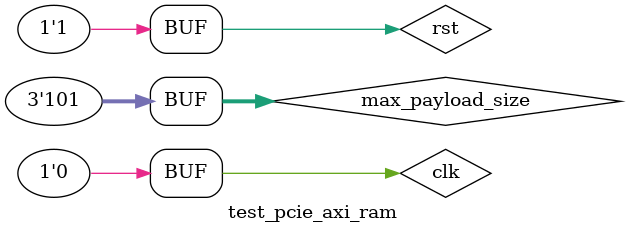
<source format=v>

`resetall
`timescale 1ns / 1ps
`default_nettype none

module test_pcie_axi_ram;
    reg clk = 0;
    reg rst = 1;

    // PCIe TLP interface
    reg [255:0] rx_req_tlp_data;
    reg [31:0]  rx_req_tlp_strb;
    reg [127:0] rx_req_tlp_hdr;
    reg         rx_req_tlp_valid;
    reg         rx_req_tlp_sop;
    reg         rx_req_tlp_eop;
    wire        rx_req_tlp_ready;

    reg [255:0] tx_cpl_tlp_data;
    reg [31:0]  tx_cpl_tlp_strb;
    reg [127:0] tx_cpl_tlp_hdr;
    reg         tx_cpl_tlp_valid;
    reg         tx_cpl_tlp_sop;
    reg         tx_cpl_tlp_eop;
    wire        tx_cpl_tlp_ready;

    // Configuration
    wire [15:0]  completer_id;
    wire [2:0]   max_payload_size;

    // Status
    wire        status_error_cor;
    wire        status_error_uncor;

    // configuration signals (driven by testbench)
    reg [15:0]  completer_id;
    reg [2:0]   max_payload_size = 3'd5;  // 128 bytes

    // AXI signals (exposed for monitoring)
    wire [7:0]   m_axi_awid;
    wire [15:0]  m_axi_awaddr;
    wire [7:0]   m_axi_awlen;
    wire [2:0]   m_axi_awsize;
    wire [1:0]   m_axi_awburst;
    wire         m_axi_awlock;
    wire [3:0]   m_axi_awcache;
    wire [2:0]   m_axi_awprot;
    wire         m_axi_awvalid;
    wire         m_axi_awready;
    wire [255:0] m_axi_wdata;
    wire [31:0]  m_axi_wstrb;
    wire         m_axi_wlast;
    wire         m_axi_wvalid;
    wire         m_axi_wready;
    wire [7:0]   m_axi_bid;
    wire [1:0]   m_axi_bresp;
    wire         m_axi_bvalid;
    wire         m_axi_bready;
    wire [7:0]   m_axi_arid;
    wire [15:0]  m_axi_araddr;
    wire [7:0]   m_axi_arlen;
    wire [2:0]   m_axi_arsize;
    wire [1:0]   m_axi_arburst;
    wire         m_axi_arlock;
    wire [3:0]   m_axi_arcache;
    wire [2:0]   m_axi_arprot;
    wire         m_axi_arvalid;
    wire         m_axi_arready;
    wire [7:0]   m_axi_rid;
    wire [255:0] m_axi_rdata;
    wire [1:0]   m_axi_rresp;
    wire         m_axi_rlast;
    wire         m_axi_rvalid;
    wire         m_axi_rready;

    // DUT instantiation
    pcie_axi_ram_top #(
        .TLP_DATA_WIDTH(256),
        .TLP_STRB_WIDTH(8),
        .TLP_HDR_WIDTH(128),
        .TLP_SEG_COUNT(1),
        .AXI_DATA_WIDTH(256),
        .AXI_ADDR_WIDTH(16),
        .AXI_ID_WIDTH(8),
        .AXI_MAX_BURST_LEN(256)
    )
    dut (
        .clk(clk),
        .rst(rst),
        .rx_req_tlp_data    (rx_req_tlp_data),
        .rx_req_tlp_strb    (rx_req_tlp_strb),
        .rx_req_tlp_hdr     (rx_req_tlp_hdr),
        .rx_req_tlp_valid   (rx_req_tlp_valid),
        .rx_req_tlp_sop     (rx_req_tlp_sop),
        .rx_req_tlp_eop     (rx_req_tlp_eop),
        .rx_req_tlp_ready   (rx_req_tlp_ready),
        .tx_cpl_tlp_data    (tx_cpl_tlp_data),
        .tx_cpl_tlp_strb    (tx_cpl_tlp_strb),
        .tx_cpl_tlp_hdr     (tx_cpl_tlp_hdr),
        .tx_cpl_tlp_valid   (tx_cpl_tlp_valid),
        .tx_cpl_tlp_sop     (tx_cpl_tlp_sop),
        .tx_cpl_tlp_eop     (tx_cpl_tlp_eop),
        .tx_cpl_tlp_ready   (tx_cpl_tlp_ready),
        .completer_id       (completer_id),
        .max_payload_size   (max_payload_size),
        .status_error_cor   (status_error_cor),
        .status_error_uncor (status_error_uncor),
        // Expose AXI signals for testbench monitoring
        .m_axi_awid        (m_axi_awid),
        .m_axi_awaddr      (m_axi_awaddr),
        .m_axi_awlen       (m_axi_awlen),
        .m_axi_awsize      (m_axi_awsize),
        .m_axi_awburst     (m_axi_awburst),
        .m_axi_awlock      (m_axi_awlock),
        .m_axi_awcache     (m_axi_awcache),
        .m_axi_awprot      (m_axi_awprot),
        .m_axi_awvalid     (m_axi_awvalid),
        .m_axi_awready     (m_axi_awready),
        .m_axi_wdata       (m_axi_wdata),
        .m_axi_wstrb       (m_axi_wstrb),
        .m_axi_wlast       (m_axi_wlast),
        .m_axi_wvalid      (m_axi_wvalid),
        .m_axi_wready      (m_axi_wready),
        .m_axi_bid         (m_axi_bid),
        .m_axi_bresp       (m_axi_bresp),
        .m_axi_bvalid      (m_axi_bvalid),
        .m_axi_bready      (m_axi_bready),
        .m_axi_arid        (m_axi_arid),
        .m_axi_araddr      (m_axi_araddr),
        .m_axi_arlen       (m_axi_arlen),
        .m_axi_arsize      (m_axi_arsize),
        .m_axi_arburst     (m_axi_arburst),
        .m_axi_arlock      (m_axi_arlock),
        .m_axi_arcache     (m_axi_arcache),
        .m_axi_arprot      (m_axi_arprot),
        .m_axi_arvalid     (m_axi_arvalid),
        .m_axi_arready     (m_axi_arready),
        .m_axi_rid         (m_axi_rid),
        .m_axi_rdata       (m_axi_rdata),
        .m_axi_rresp       (m_axi_rresp),
        .m_axi_rlast       (m_axi_rlast),
        .m_axi_rvalid      (m_axi_rvalid),
        .m_axi_rready      (m_axi_rready),
    );
endmodule

</source>
